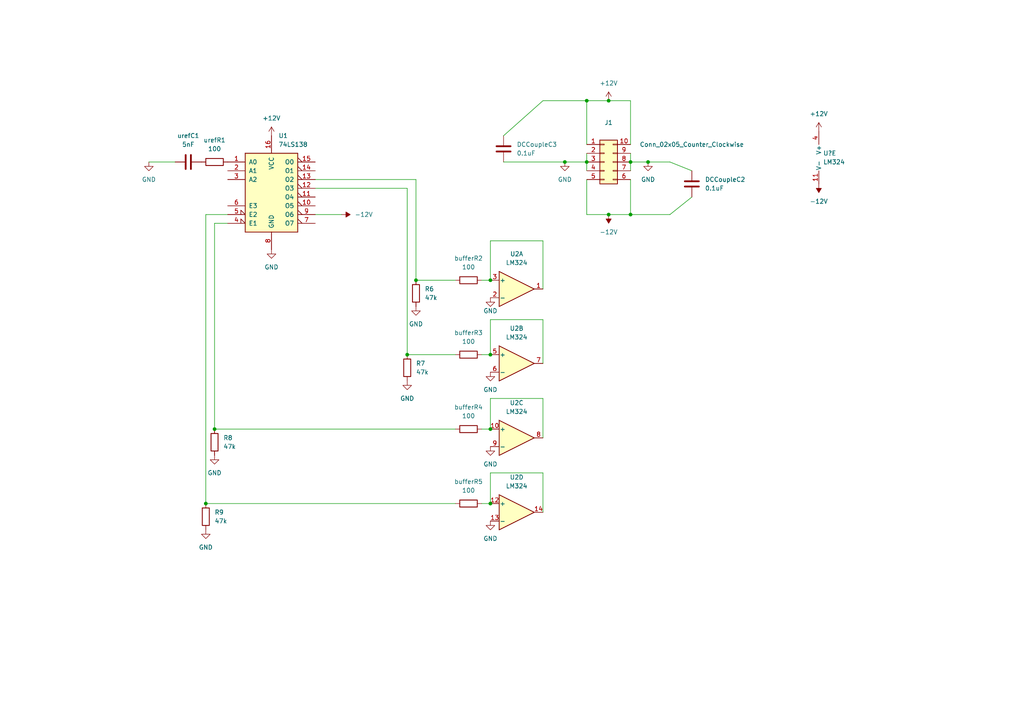
<source format=kicad_sch>
(kicad_sch (version 20211123) (generator eeschema)
  (paper "A4")
  (lib_symbols
    (symbol "74xx:74LS138" (pin_names (offset 1.016))
      (property "Reference" "U" (at -7.62 11.43 0))
      (property "Value" "74LS138" (at -7.62 -13.97 0))
      (symbol "74LS138_1_0"
        (pin input line (at -12.7 7.62 0) (length 5.08) (name "A0") (number "1"))
        (pin output output_low (at 12.7 -5.08 180) (length 5.08) (name "O5") (number "10"))
        (pin output output_low (at 12.7 -2.54 180) (length 5.08) (name "O4") (number "11"))
        (pin output output_low (at 12.7 0 180) (length 5.08) (name "O3") (number "12"))
        (pin output output_low (at 12.7 2.54 180) (length 5.08) (name "O2") (number "13"))
        (pin output output_low (at 12.7 5.08 180) (length 5.08) (name "O1") (number "14"))
        (pin output output_low (at 12.7 7.62 180) (length 5.08) (name "O0") (number "15"))
        (pin power_in line (at 0 15.24 270) (length 5.08) (name "VCC") (number "16"))
        (pin input line (at -12.7 5.08 0) (length 5.08) (name "A1") (number "2"))
        (pin input line (at -12.7 2.54 0) (length 5.08) (name "A2") (number "3"))
        (pin input input_low (at -12.7 -10.16 0) (length 5.08) (name "E1") (number "4"))
        (pin input input_low (at -12.7 -7.62 0) (length 5.08) (name "E2") (number "5"))
        (pin input line (at -12.7 -5.08 0) (length 5.08) (name "E3") (number "6"))
        (pin output output_low (at 12.7 -10.16 180) (length 5.08) (name "O7") (number "7"))
        (pin power_in line (at 0 -17.78 90) (length 5.08) (name "GND") (number "8"))
        (pin output output_low (at 12.7 -7.62 180) (length 5.08) (name "O6") (number "9"))
      )
      (symbol "74LS138_1_1"
        (rectangle (start -7.62 10.16) (end 7.62 -12.7) (stroke (width 0.254)) (fill (type background)))
      )
    )
    (symbol "Amplifier_Operational:LM324" (pin_names (offset 0.127))
      (property "Reference" "U" (at 0 5.08 0))
      (property "Value" "LM324" (at 0 -5.08 0))
      (symbol "LM324_1_1"
        (polyline (pts (xy -5.08 5.08) (xy 5.08 0) (xy -5.08 -5.08) (xy -5.08 5.08)) (stroke (width 0.254)) (fill (type background)))
        (pin output line (at 7.62 0 180) (length 2.54) (name "~") (number "1"))
        (pin input line (at -7.62 -2.54 0) (length 2.54) (name "-") (number "2"))
        (pin input line (at -7.62 2.54 0) (length 2.54) (name "+") (number "3"))
      )
      (symbol "LM324_2_1"
        (polyline (pts (xy -5.08 5.08) (xy 5.08 0) (xy -5.08 -5.08) (xy -5.08 5.08)) (stroke (width 0.254)) (fill (type background)))
        (pin input line (at -7.62 2.54 0) (length 2.54) (name "+") (number "5"))
        (pin input line (at -7.62 -2.54 0) (length 2.54) (name "-") (number "6"))
        (pin output line (at 7.62 0 180) (length 2.54) (name "~") (number "7"))
      )
      (symbol "LM324_3_1"
        (polyline (pts (xy -5.08 5.08) (xy 5.08 0) (xy -5.08 -5.08) (xy -5.08 5.08)) (stroke (width 0.254)) (fill (type background)))
        (pin input line (at -7.62 2.54 0) (length 2.54) (name "+") (number "10"))
        (pin output line (at 7.62 0 180) (length 2.54) (name "~") (number "8"))
        (pin input line (at -7.62 -2.54 0) (length 2.54) (name "-") (number "9"))
      )
      (symbol "LM324_4_1"
        (polyline (pts (xy -5.08 5.08) (xy 5.08 0) (xy -5.08 -5.08) (xy -5.08 5.08)) (stroke (width 0.254)) (fill (type background)))
        (pin input line (at -7.62 2.54 0) (length 2.54) (name "+") (number "12"))
        (pin input line (at -7.62 -2.54 0) (length 2.54) (name "-") (number "13"))
        (pin output line (at 7.62 0 180) (length 2.54) (name "~") (number "14"))
      )
      (symbol "LM324_5_1"
        (pin power_in line (at -2.54 -7.62 90) (length 3.81) (name "V-") (number "11"))
        (pin power_in line (at -2.54 7.62 270) (length 3.81) (name "V+") (number "4"))
      )
    )
    (symbol "Connector_Generic:Conn_02x05_Counter_Clockwise" (pin_names (offset 1.016) hide)
      (property "Reference" "J" (at 1.27 7.62 0))
      (property "Value" "Conn_02x05_Counter_Clockwise" (at 1.27 -7.62 0))
      (symbol "Conn_02x05_Counter_Clockwise_1_1"
        (rectangle (start -1.27 -4.953) (end 0 -5.207) (stroke (width 0.1524)))
        (rectangle (start -1.27 -2.413) (end 0 -2.667) (stroke (width 0.1524)))
        (rectangle (start -1.27 0.127) (end 0 -0.127) (stroke (width 0.1524)))
        (rectangle (start -1.27 2.667) (end 0 2.413) (stroke (width 0.1524)))
        (rectangle (start -1.27 5.207) (end 0 4.953) (stroke (width 0.1524)))
        (rectangle (start -1.27 6.35) (end 3.81 -6.35) (stroke (width 0.254)) (fill (type background)))
        (rectangle (start 3.81 -4.953) (end 2.54 -5.207) (stroke (width 0.1524)))
        (rectangle (start 3.81 -2.413) (end 2.54 -2.667) (stroke (width 0.1524)))
        (rectangle (start 3.81 0.127) (end 2.54 -0.127) (stroke (width 0.1524)))
        (rectangle (start 3.81 2.667) (end 2.54 2.413) (stroke (width 0.1524)))
        (rectangle (start 3.81 5.207) (end 2.54 4.953) (stroke (width 0.1524)))
        (pin passive line (at -5.08 5.08 0) (length 3.81) (name "Pin_1") (number "1"))
        (pin passive line (at 7.62 5.08 180) (length 3.81) (name "Pin_10") (number "10"))
        (pin passive line (at -5.08 2.54 0) (length 3.81) (name "Pin_2") (number "2"))
        (pin passive line (at -5.08 0 0) (length 3.81) (name "Pin_3") (number "3"))
        (pin passive line (at -5.08 -2.54 0) (length 3.81) (name "Pin_4") (number "4"))
        (pin passive line (at -5.08 -5.08 0) (length 3.81) (name "Pin_5") (number "5"))
        (pin passive line (at 7.62 -5.08 180) (length 3.81) (name "Pin_6") (number "6"))
        (pin passive line (at 7.62 -2.54 180) (length 3.81) (name "Pin_7") (number "7"))
        (pin passive line (at 7.62 0 180) (length 3.81) (name "Pin_8") (number "8"))
        (pin passive line (at 7.62 2.54 180) (length 3.81) (name "Pin_9") (number "9"))
      )
    )
    (symbol "Device:C" (pin_numbers hide) (pin_names (offset 0.254))
      (property "Reference" "C" (at 0.635 2.54 0))
      (property "Value" "C" (at 0.635 -2.54 0))
      (symbol "C_0_1"
        (polyline (pts (xy -2.032 -0.762) (xy 2.032 -0.762)) (stroke (width 0.508)))
        (polyline (pts (xy -2.032 0.762) (xy 2.032 0.762)) (stroke (width 0.508)))
      )
      (symbol "C_1_1"
        (pin passive line (at 0 3.81 270) (length 2.794) (name "~") (number "1"))
        (pin passive line (at 0 -3.81 90) (length 2.794) (name "~") (number "2"))
      )
    )
    (symbol "Device:R" (pin_numbers hide) (pin_names (offset 0))
      (property "Reference" "R" (at 2.032 0 90))
      (property "Value" "R" (at 0 0 90))
      (symbol "R_0_1"
        (rectangle (start -1.016 -2.54) (end 1.016 2.54) (stroke (width 0.254)))
      )
      (symbol "R_1_1"
        (pin passive line (at 0 3.81 270) (length 1.27) (name "~") (number "1"))
        (pin passive line (at 0 -3.81 90) (length 1.27) (name "~") (number "2"))
      )
    )
    (symbol "power:+12V" (power) (pin_names (offset 0))
      (property "Value" "+12V" (at 0 3.556 0))
      (symbol "+12V_0_1"
        (polyline (pts (xy -0.762 1.27) (xy 0 2.54)))
        (polyline (pts (xy 0 0) (xy 0 2.54)))
        (polyline (pts (xy 0 2.54) (xy 0.762 1.27)))
      )
      (symbol "+12V_1_1"
        (pin power_in line (at 0 0 90) (length 0) hide (name "+12V") (number "1"))
      )
    )
    (symbol "power:-12V" (power) (pin_names (offset 0))
      (property "Value" "-12V" (at 0 3.81 0))
      (symbol "-12V_0_0"
        (pin power_in line (at 0 0 90) (length 0) hide (name "-12V") (number "1"))
      )
      (symbol "-12V_0_1"
        (polyline (pts (xy 0 0) (xy 0 1.27) (xy 0.762 1.27) (xy 0 2.54) (xy -0.762 1.27) (xy 0 1.27)) (fill (type outline)))
      )
    )
    (symbol "power:GND" (power) (pin_names (offset 0))
      (property "Value" "GND" (at 0 -3.81 0))
      (symbol "GND_0_1"
        (polyline (pts (xy 0 0) (xy 0 -1.27) (xy 1.27 -1.27) (xy 0 -2.54) (xy -1.27 -1.27) (xy 0 -1.27)))
      )
      (symbol "GND_1_1"
        (pin power_in line (at 0 0 270) (length 0) hide (name "GND") (number "1"))
      )
    )
  )
  (junction (at 62.23 124.46))
  (junction (at 142.24 124.46))
  (junction (at 170.18 46.99))
  (junction (at 182.88 46.99))
  (junction (at 142.24 81.28))
  (junction (at 142.24 146.05))
  (junction (at 118.11 102.87))
  (junction (at 170.18 29.21))
  (junction (at 59.69 146.05))
  (junction (at 176.53 62.23))
  (junction (at 142.24 102.87))
  (junction (at 176.53 29.21))
  (junction (at 182.88 62.23))
  (junction (at 120.65 81.28))
  (junction (at 187.96 46.99))
  (junction (at 163.83 46.99))
  (wire (pts (xy 200.66 57.15) (xy 194.31 62.23)))
  (wire (pts (xy 59.69 146.05) (xy 132.08 146.05)))
  (wire (pts (xy 170.18 52.07) (xy 170.18 62.23)))
  (wire (pts (xy 194.31 46.99) (xy 200.66 49.53)))
  (wire (pts (xy 62.23 124.46) (xy 132.08 124.46)))
  (wire (pts (xy 176.53 29.21) (xy 182.88 29.21)))
  (wire (pts (xy 142.24 69.85) (xy 157.48 69.85)))
  (wire (pts (xy 194.31 62.23) (xy 182.88 62.23)))
  (wire (pts (xy 139.7 102.87) (xy 142.24 102.87)))
  (wire (pts (xy 139.7 81.28) (xy 142.24 81.28)))
  (wire (pts (xy 120.65 81.28) (xy 132.08 81.28)))
  (wire (pts (xy 146.05 46.99) (xy 163.83 46.99)))
  (wire (pts (xy 157.48 29.21) (xy 170.18 29.21)))
  (wire (pts (xy 91.44 62.23) (xy 99.06 62.23)))
  (wire (pts (xy 91.44 52.07) (xy 120.65 52.07)))
  (wire (pts (xy 182.88 46.99) (xy 187.96 46.99)))
  (wire (pts (xy 142.24 146.05) (xy 142.24 137.16)))
  (wire (pts (xy 182.88 29.21) (xy 182.88 41.91)))
  (wire (pts (xy 182.88 44.45) (xy 182.88 46.99)))
  (wire (pts (xy 157.48 137.16) (xy 157.48 148.59)))
  (wire (pts (xy 62.23 64.77) (xy 62.23 124.46)))
  (wire (pts (xy 176.53 62.23) (xy 182.88 62.23)))
  (wire (pts (xy 157.48 92.71) (xy 157.48 105.41)))
  (wire (pts (xy 170.18 46.99) (xy 170.18 49.53)))
  (wire (pts (xy 142.24 115.57) (xy 157.48 115.57)))
  (wire (pts (xy 66.04 64.77) (xy 62.23 64.77)))
  (wire (pts (xy 139.7 124.46) (xy 142.24 124.46)))
  (wire (pts (xy 170.18 62.23) (xy 176.53 62.23)))
  (wire (pts (xy 120.65 52.07) (xy 120.65 81.28)))
  (wire (pts (xy 170.18 29.21) (xy 176.53 29.21)))
  (wire (pts (xy 142.24 102.87) (xy 142.24 92.71)))
  (wire (pts (xy 187.96 46.99) (xy 194.31 46.99)))
  (wire (pts (xy 170.18 44.45) (xy 170.18 46.99)))
  (wire (pts (xy 142.24 92.71) (xy 157.48 92.71)))
  (wire (pts (xy 132.08 102.87) (xy 118.11 102.87)))
  (wire (pts (xy 118.11 54.61) (xy 91.44 54.61)))
  (wire (pts (xy 157.48 115.57) (xy 157.48 127)))
  (wire (pts (xy 182.88 46.99) (xy 182.88 49.53)))
  (wire (pts (xy 139.7 146.05) (xy 142.24 146.05)))
  (wire (pts (xy 66.04 62.23) (xy 59.69 62.23)))
  (wire (pts (xy 170.18 41.91) (xy 170.18 29.21)))
  (wire (pts (xy 142.24 137.16) (xy 157.48 137.16)))
  (wire (pts (xy 43.18 46.99) (xy 50.8 46.99)))
  (wire (pts (xy 146.05 39.37) (xy 157.48 29.21)))
  (wire (pts (xy 157.48 69.85) (xy 157.48 83.82)))
  (wire (pts (xy 142.24 81.28) (xy 142.24 69.85)))
  (wire (pts (xy 182.88 62.23) (xy 182.88 52.07)))
  (wire (pts (xy 59.69 62.23) (xy 59.69 146.05)))
  (wire (pts (xy 163.83 46.99) (xy 170.18 46.99)))
  (wire (pts (xy 118.11 102.87) (xy 118.11 54.61)))
  (wire (pts (xy 142.24 124.46) (xy 142.24 115.57)))
  (symbol (lib_id "Device:R") (at 135.89 124.46 90) (unit 1)
    (property "Reference" "bufferR4" (at 135.89 118.11 90))
    (property "Value" "100" (at 135.89 120.65 90))
  )
  (symbol (lib_id "power:GND") (at 163.83 46.99 0) (unit 1)
    (property "Reference" "#PWR?" (effects hide))
    (property "Value" "GND" (at 163.83 52.07 0))
  )
  (symbol (lib_id "power:GND") (at 187.96 46.99 0) (unit 1)
    (property "Reference" "#PWR?" (effects hide))
    (property "Value" "GND" (at 187.96 52.07 0))
  )
  (symbol (lib_id "Device:R") (at 62.23 128.27 180) (unit 1)
    (property "Reference" "R8" (at 64.77 126.9999 0) (effects (justify right)))
    (property "Value" "47k" (at 64.77 129.5399 0) (effects (justify right)))
  )
  (symbol (lib_id "power:GND") (at 142.24 107.95 0) (unit 1)
    (property "Reference" "#PWR?" (effects hide))
    (property "Value" "GND" (at 142.24 113.03 0))
  )
  (symbol (lib_id "power:-12V") (at 237.49 53.34 180) (unit 1)
    (property "Reference" "#PWR?" (effects hide))
    (property "Value" "-12V" (at 237.49 58.42 0))
  )
  (symbol (lib_id "Amplifier_Operational:LM324") (at 149.86 105.41 0) (unit 2)
    (property "Reference" "U2" (at 149.86 95.25 0))
    (property "Value" "LM324" (at 149.86 97.79 0))
    (property "Datasheet" "http://www.ti.com/lit/ds/symlink/lm2902-n.pdf" (effects hide))
  )
  (symbol (lib_id "power:GND") (at 142.24 151.13 0) (unit 1)
    (property "Reference" "#PWR?" (effects hide))
    (property "Value" "GND" (at 142.24 156.21 0))
  )
  (symbol (lib_id "power:GND") (at 142.24 86.36 0) (unit 1)
    (property "Reference" "#PWR?" (effects hide))
    (property "Value" "GND" (at 142.24 90.17 0))
  )
  (symbol (lib_id "power:GND") (at 62.23 132.08 0) (unit 1)
    (property "Reference" "#PWR?" (effects hide))
    (property "Value" "GND" (at 62.23 137.16 0))
  )
  (symbol (lib_id "Device:R") (at 135.89 81.28 90) (unit 1)
    (property "Reference" "bufferR2" (at 135.89 74.93 90))
    (property "Value" "100" (at 135.89 77.47 90))
  )
  (symbol (lib_id "Device:C") (at 54.61 46.99 90) (unit 1)
    (property "Reference" "urefC1" (at 54.61 39.37 90))
    (property "Value" "5nF" (at 54.61 41.91 90))
  )
  (symbol (lib_id "Amplifier_Operational:LM324") (at 149.86 83.82 0) (unit 1)
    (property "Reference" "U2" (at 149.86 73.66 0))
    (property "Value" "LM324" (at 149.86 76.2 0))
    (property "Datasheet" "http://www.ti.com/lit/ds/symlink/lm2902-n.pdf" (effects hide))
  )
  (symbol (lib_id "power:GND") (at 78.74 72.39 0) (unit 1)
    (property "Reference" "#PWR?" (effects hide))
    (property "Value" "GND" (at 78.74 77.47 0))
  )
  (symbol (lib_id "power:+12V") (at 237.49 38.1 0) (unit 1)
    (property "Reference" "#PWR?" (effects hide))
    (property "Value" "+12V" (at 237.49 33.02 0))
  )
  (symbol (lib_id "Device:C") (at 200.66 53.34 180) (unit 1)
    (property "Reference" "DCCoupleC2" (at 204.47 52.0699 0) (effects (justify right)))
    (property "Value" "0.1uF" (at 204.47 54.6099 0) (effects (justify right)))
  )
  (symbol (lib_id "Amplifier_Operational:LM324") (at 149.86 127 0) (unit 3)
    (property "Reference" "U2" (at 149.86 116.84 0))
    (property "Value" "LM324" (at 149.86 119.38 0))
    (property "Datasheet" "http://www.ti.com/lit/ds/symlink/lm2902-n.pdf" (effects hide))
  )
  (symbol (lib_id "Device:R") (at 135.89 146.05 90) (unit 1)
    (property "Reference" "bufferR5" (at 135.89 139.7 90))
    (property "Value" "100" (at 135.89 142.24 90))
  )
  (symbol (lib_id "Device:R") (at 135.89 102.87 90) (unit 1)
    (property "Reference" "bufferR3" (at 135.89 96.52 90))
    (property "Value" "100" (at 135.89 99.06 90))
  )
  (symbol (lib_id "Device:R") (at 59.69 149.86 180) (unit 1)
    (property "Reference" "R9" (at 62.23 148.5899 0) (effects (justify right)))
    (property "Value" "47k" (at 62.23 151.1299 0) (effects (justify right)))
  )
  (symbol (lib_id "74xx:74LS138") (at 78.74 54.61 0) (unit 1)
    (property "Reference" "U1" (at 80.7594 39.37 0) (effects (justify left)))
    (property "Value" "74LS138" (at 80.7594 41.91 0) (effects (justify left)))
    (property "Datasheet" "http://www.ti.com/lit/gpn/sn74LS138" (effects hide))
  )
  (symbol (lib_id "power:GND") (at 43.18 46.99 0) (unit 1)
    (property "Reference" "#PWR?" (effects hide))
    (property "Value" "GND" (at 43.18 52.07 0))
  )
  (symbol (lib_id "Amplifier_Operational:LM324") (at 240.03 45.72 0) (unit 5)
    (property "Reference" "U?" (at 238.76 44.4499 0) (effects (justify left)))
    (property "Value" "LM324" (at 238.76 46.9899 0) (effects (justify left)))
    (property "Datasheet" "http://www.ti.com/lit/ds/symlink/lm2902-n.pdf" (effects hide))
  )
  (symbol (lib_id "power:GND") (at 59.69 153.67 0) (unit 1)
    (property "Reference" "#PWR?" (effects hide))
    (property "Value" "GND" (at 59.69 158.75 0))
  )
  (symbol (lib_id "power:GND") (at 120.65 88.9 0) (unit 1)
    (property "Reference" "#PWR?" (effects hide))
    (property "Value" "GND" (at 120.65 93.98 0))
  )
  (symbol (lib_id "power:GND") (at 142.24 129.54 0) (unit 1)
    (property "Reference" "#PWR?" (effects hide))
    (property "Value" "GND" (at 142.24 134.62 0))
  )
  (symbol (lib_id "Device:R") (at 120.65 85.09 180) (unit 1)
    (property "Reference" "R6" (at 123.19 83.8199 0) (effects (justify right)))
    (property "Value" "47k" (at 123.19 86.3599 0) (effects (justify right)))
  )
  (symbol (lib_id "power:-12V") (at 176.53 62.23 180) (unit 1)
    (property "Reference" "#PWR?" (effects hide))
    (property "Value" "-12V" (at 176.53 67.31 0))
  )
  (symbol (lib_id "Connector_Generic:Conn_02x05_Counter_Clockwise") (at 175.26 46.99 0) (unit 1)
    (property "Reference" "J1" (at 176.53 35.56 0))
    (property "Value" "Conn_02x05_Counter_Clockwise" (at 200.66 41.91 0))
  )
  (symbol (lib_id "Device:R") (at 118.11 106.68 180) (unit 1)
    (property "Reference" "R7" (at 120.65 105.4099 0) (effects (justify right)))
    (property "Value" "47k" (at 120.65 107.9499 0) (effects (justify right)))
  )
  (symbol (lib_id "Device:C") (at 146.05 43.18 180) (unit 1)
    (property "Reference" "DCCoupleC3" (at 149.86 41.9099 0) (effects (justify right)))
    (property "Value" "0.1uF" (at 149.86 44.4499 0) (effects (justify right)))
  )
  (symbol (lib_id "Device:R") (at 62.23 46.99 90) (unit 1)
    (property "Reference" "urefR1" (at 62.23 40.64 90))
    (property "Value" "100" (at 62.23 43.18 90))
  )
  (symbol (lib_id "power:-12V") (at 99.06 62.23 270) (unit 1)
    (property "Reference" "#PWR?" (effects hide))
    (property "Value" "-12V" (at 102.87 62.2299 90) (effects (justify left)))
  )
  (symbol (lib_id "Amplifier_Operational:LM324") (at 149.86 148.59 0) (unit 4)
    (property "Reference" "U2" (at 149.86 138.43 0))
    (property "Value" "LM324" (at 149.86 140.97 0))
    (property "Datasheet" "http://www.ti.com/lit/ds/symlink/lm2902-n.pdf" (effects hide))
  )
  (symbol (lib_id "power:+12V") (at 176.53 29.21 0) (unit 1)
    (property "Reference" "#PWR?" (effects hide))
    (property "Value" "+12V" (at 176.53 24.13 0))
  )
  (symbol (lib_id "power:GND") (at 118.11 110.49 0) (unit 1)
    (property "Reference" "#PWR?" (effects hide))
    (property "Value" "GND" (at 118.11 115.57 0))
  )
  (symbol (lib_id "power:+12V") (at 78.74 39.37 0) (unit 1)
    (property "Reference" "#PWR?" (effects hide))
    (property "Value" "+12V" (at 78.74 34.29 0))
  )
)
</source>
